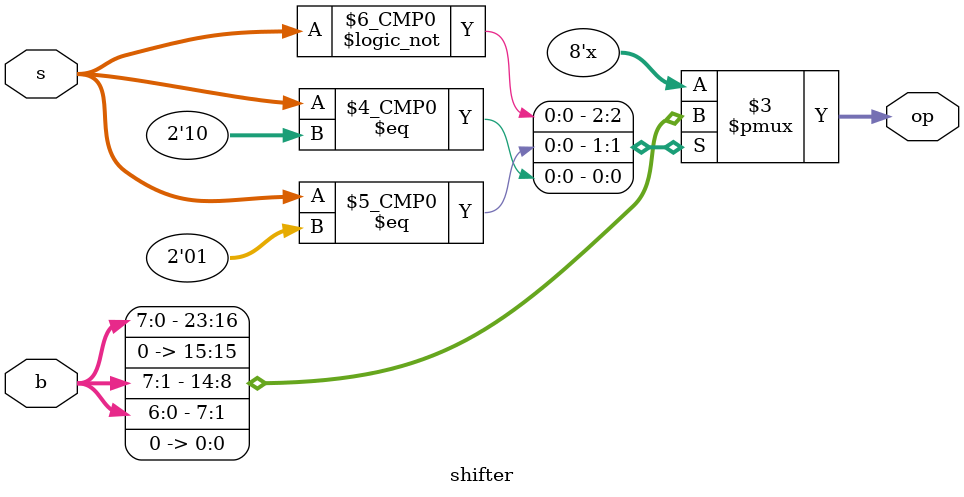
<source format=v>
module shifter (b,s,op);
input [1:0] s;
input [7:0] b;
output [7:0] op;
reg [7:0]op;
always@(*)begin
	case(s)
		2'b00:op=b;
		2'b01:op={1'b0,b[7:1]};
		2'b10:op={b[6:0],1'b0};
		2'b11:op=8'hx;
	endcase
end
endmodule 

</source>
